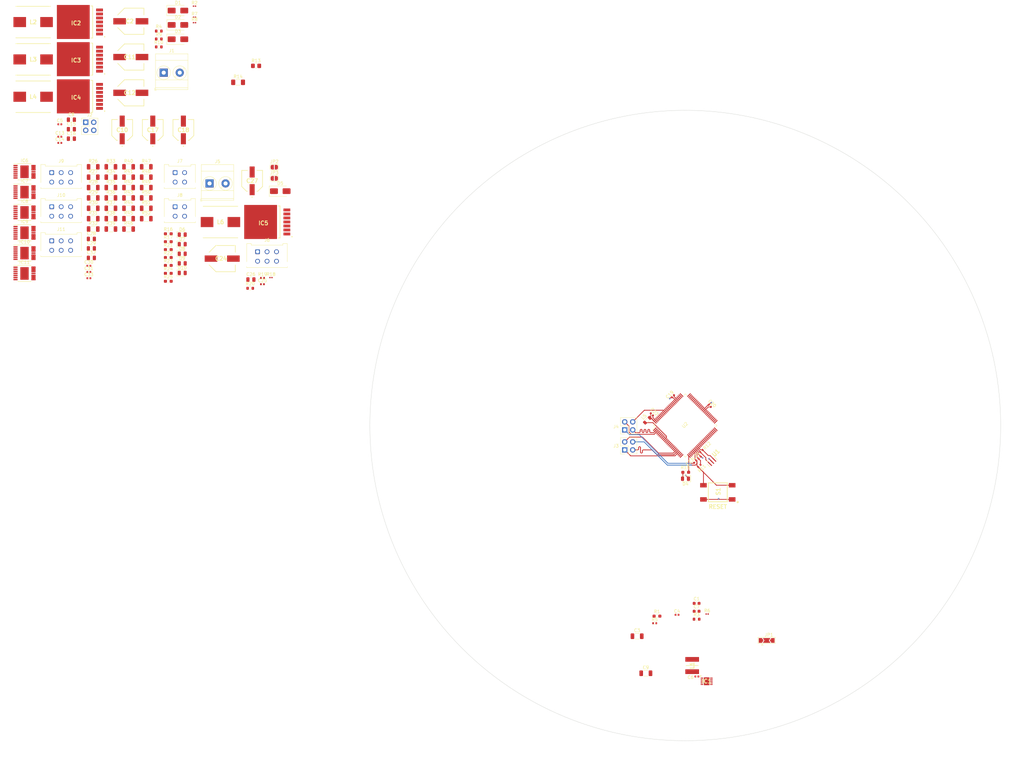
<source format=kicad_pcb>
(kicad_pcb (version 20221018) (generator pcbnew)
  (title_block (title "RBC by UGS") (date "2023-09-06") (rev "2.0"))
  (layers (0 "F.Cu" signal) (1 "In1.Cu" signal) (2 "In2.Cu" signal) (31 "B.Cu" signal) (34 "B.Paste" user) (35 "F.Paste" user) (36 "B.SilkS" user "B.Silkscreen") (37 "F.SilkS" user "F.Silkscreen") (38 "B.Mask" user) (39 "F.Mask" user) (44 "Edge.Cuts" user))
  (net 0 "")
  (net 1 "+BATT")
  (net 2 "GND")
  (net 3 "Net-(IC1-INTVCC)")
  (net 4 "Net-(IC1-TR{slash}SS)")
  (net 5 "+5V")
  (net 6 "Net-(IC1-BST)")
  (net 7 "Net-(IC1-SW)")
  (net 8 "1_IS")
  (net 9 "2_IS")
  (net 10 "+12V")
  (net 11 "Net-(IC1-FB)")
  (net 12 "3_IS")
  (net 13 "+12P")
  (net 14 "Net-(JP1-C)")
  (net 15 "Net-(D1-K)")
  (net 16 "Net-(IC2-CB)")
  (net 17 "+12C")
  (net 18 "Net-(D2-K)")
  (net 19 "Net-(IC3-CB)")
  (net 20 "Net-(D3-K)")
  (net 21 "1_LOUT")
  (net 22 "Net-(IC4-CB)")
  (net 23 "/MCU/DTR")
  (net 24 "/MCU/RESET")
  (net 25 "Net-(D5-K)")
  (net 26 "Net-(IC5-CB)")
  (net 27 "+12LF")
  (net 28 "Net-(D4-A)")
  (net 29 "Net-(D6-A)")
  (net 30 "2_LOUT")
  (net 31 "Net-(D7-A)")
  (net 32 "Net-(D8-A)")
  (net 33 "Net-(D9-A)")
  (net 34 "Net-(D10-A)")
  (net 35 "Net-(IC1-RT)")
  (net 36 "Net-(IC1-PG)")
  (net 38 "1_ROUT")
  (net 39 "Net-(IC2-FB)")
  (net 43 "Net-(IC3-FB)")
  (net 46 "2_ROUT")
  (net 48 "Net-(IC4-FB)")
  (net 52 "Net-(IC5-FB)")
  (net 53 "Net-(IC5-ON{slash}~{OFF})")
  (net 55 "Net-(IC7-IS)")
  (net 58 "Net-(IC6-EN)")
  (net 59 "Net-(IC6-DEN)")
  (net 60 "Net-(IC6-IS)")
  (net 62 "Net-(IC6-IN)")
  (net 64 "3_LOUT")
  (net 67 "Net-(IC7-EN)")
  (net 68 "Net-(IC7-DEN)")
  (net 70 "Net-(IC7-IN)")
  (net 72 "Net-(IC9-EN)")
  (net 75 "Net-(IC8-EN)")
  (net 76 "Net-(IC8-DEN)")
  (net 78 "Net-(IC8-IN)")
  (net 80 "3_ROUT")
  (net 82 "Net-(IC9-DEN)")
  (net 83 "PI_TX")
  (net 84 "PI_RX")
  (net 85 "2_HALL_A")
  (net 86 "2_HALL_B")
  (net 87 "1_HALL_A")
  (net 88 "1_HALL_B")
  (net 90 "Net-(IC9-IN)")
  (net 91 "3_HALL_A")
  (net 92 "3_HALL_B")
  (net 96 "1_LPWM")
  (net 97 "2_LPWM")
  (net 98 "1_RPWM")
  (net 99 "2_RPWM")
  (net 100 "Net-(IC10-EN)")
  (net 101 "Net-(R26-Pad1)")
  (net 102 "Net-(IC10-DEN)")
  (net 103 "3_LPWM")
  (net 104 "Net-(IC10-IS)")
  (net 105 "3_RPWM")
  (net 107 "Net-(IC10-IN)")
  (net 111 "Net-(IC11-EN)")
  (net 112 "Net-(IC11-DEN)")
  (net 114 "Net-(IC11-IN)")
  (net 117 "/MCU/MISO")
  (net 118 "/MCU/SCK")
  (net 119 "/MCU/MOSI")
  (net 120 "/MCU/PROG_RX")
  (net 121 "/MCU/PROG_TX")
  (net 122 "EXTRA_A")
  (net 123 "STOP")
  (net 124 "BATT_LVL")
  (net 125 "Net-(JP2-B)")
  (net 126 "Net-(U1-OUTPUT)")
  (net 127 "Net-(U1-INPUT)")
  (net 128 "Net-(U2-PJ1)")
  (net 129 "Net-(U2-PB7)")
  (net 130 "5_BATT_IND")
  (net 131 "4_BATT_IND")
  (net 132 "3_BATT_IND")
  (net 133 "2_BATT_IND")
  (net 134 "1_BATT_IND")
  (net 135 "Net-(R27-Pad1)")
  (net 136 "M_EN_DEN")
  (net 137 "Net-(R44-Pad1)")
  (net 193 "Net-(U2-AVCC)")
  (footprint "Capacitor_SMD:C_0402_1005Metric" (layer "F.Cu") (at 10.9094 103.258)
    (fp_text reference "C33")
    (fp_text value "100nF")
  )
  (footprint "Resistor_SMD:R_0603_1608Metric" (layer "F.Cu") (at 33.0794 29.878)
    (fp_text reference "R10")
    (fp_text value "8.87k")
  )
  (footprint "Connector_Molex:Molex_Micro-Fit_3.0_43045-0612_2x03_P3.00mm_Vertical" (layer "F.Cu") (at -0.8706 80.588)
    (fp_text reference "J10")
    (fp_text value "Conn_01x06_Pin")
  )
  (footprint "SamacSys_Parts:KTW0007B" (layer "F.Cu") (at 12.1144 40.493)
    (fp_text reference "IC4")
    (fp_text value "LM2678SX-ADJ/NOPB" hide)
  )
  (footprint "Capacitor_SMD:C_0402_1005Metric" (layer "F.Cu") (at 189.398589 146.472589 -45)
    (fp_text reference "C22")
    (fp_text value "100nF")
  )
  (footprint "Resistor_SMD:R_1206_3216Metric" (layer "F.Cu") (at 17.8894 84.368)
    (fp_text reference "R38")
    (fp_text value "4k7")
  )
  (footprint "Resistor_SMD:R_1206_3216Metric" (layer "F.Cu") (at 12.2794 67.918)
    (fp_text reference "R26")
    (fp_text value "4k7")
  )
  (footprint "Resistor_SMD:R_1206_3216Metric" (layer "F.Cu") (at 17.8894 71.208)
    (fp_text reference "R34")
    (fp_text value "4k7")
  )
  (footprint "Resistor_SMD:R_0603_1608Metric_Pad0.98x0.95mm_HandSolder" (layer "F.Cu") (at 191.026 210.478)
    (fp_text reference "R1")
    (fp_text value "18.2k")
  )
  (footprint "Resistor_SMD:R_0603_1608Metric_Pad0.98x0.95mm_HandSolder" (layer "F.Cu") (at 200.143 164.846 180)
    (fp_text reference "R15")
    (fp_text value "300")
  )
  (footprint "SamacSys_Parts:EEHZT1E331UP" (layer "F.Cu") (at 24.1994 44.448)
    (fp_text reference "C12")
    (fp_text value "150uF" hide)
  )
  (footprint "SamacSys_Parts:FSM4JSMATR" (layer "F.Cu") (at 210.312 171.196 -90)
    (fp_text reference "S1")
    (fp_text value "RESET")
  )
  (footprint "Diode_SMD:D_SMA" (layer "F.Cu") (at 71.5944 75.648)
    (fp_text reference "D5")
    (fp_text value "450mV 3A")
  )
  (footprint "Resistor_SMD:R_0402_1005Metric" (layer "F.Cu") (at 204.47 162.814 -135)
    (fp_text reference "R11")
    (fp_text value "10k")
  )
  (footprint "Resistor_SMD:R_1206_3216Metric" (layer "F.Cu") (at 23.4994 77.788)
    (fp_text reference "R43")
    (fp_text value "4k7")
  )
  (footprint "SamacSys_Parts:16SVF180M" (layer "F.Cu") (at 40.8744 56.223)
    (fp_text reference "C18")
    (fp_text value "100uF" hide)
  )
  (footprint "Jumper:SolderJumper-2_P1.3mm_Open_RoundedPad1.0x1.5mm" (layer "F.Cu") (at 69.6994 68.048)
    (fp_text reference "JP2")
    (fp_text value "SolderJumper_2_Open")
  )
  (footprint "Resistor_SMD:R_1206_3216Metric" (layer "F.Cu") (at 12.2794 77.788)
    (fp_text reference "R29")
    (fp_text value "4k7")
  )
  (footprint "SamacSys_Parts:KTW0007B" (layer "F.Cu") (at 12.1144 28.693)
    (fp_text reference "IC3")
    (fp_text value "LM2678SX-ADJ/NOPB" hide)
  )
  (footprint "Package_QFP:TQFP-100_14x14mm_P0.5mm" (layer "F.Cu") (at 200 150 45)
    (fp_text reference "U2")
    (fp_text value "ATmega2560-16A")
  )
  (footprint "Resistor_SMD:R_0603_1608Metric_Pad0.98x0.95mm_HandSolder" (layer "F.Cu") (at 36.0894 91.678)
    (fp_text reference "R17")
    (fp_text value "18k ±5%")
  )
  (footprint "Resistor_SMD:R_0805_2012Metric_Pad1.20x1.40mm_HandSolder" (layer "F.Cu") (at 63.9194 35.898)
    (fp_text reference "R13")
    (fp_text value "1k6")
  )
  (footprint "Resistor_SMD:R_1206_3216Metric" (layer "F.Cu") (at 17.8894 87.658)
    (fp_text reference "R39")
    (fp_text value "4k7")
  )
  (footprint "SamacSys_Parts:16SVF180M" (layer "F.Cu") (at 62.6744 72.373)
    (fp_text reference "C27")
    (fp_text value "100uF" hide)
  )
  (footprint "Resistor_SMD:R_0201_0603Metric" (layer "F.Cu") (at 44.3994 16.948)
    (fp_text reference "R2")
    (fp_text value "1k")
  )
  (footprint "Resistor_SMD:R_1206_3216Metric" (layer "F.Cu") (at 29.1094 84.368)
    (fp_text reference "R52")
    (fp_text value "4k7")
  )
  (footprint "Resistor_SMD:R_0603_1608Metric" (layer "F.Cu") (at 62.0594 106.458)
    (fp_text reference "R20")
    (fp_text value "8.87k")
  )
  (footprint "Resistor_SMD:R_0603_1608Metric" (layer "F.Cu") (at 203.594 211.444)
    (fp_text reference "R3")
    (fp_text value "187k")
  )
  (footprint "Connector_PinHeader_2.54mm:PinHeader_2x02_P2.54mm_Vertical" (layer "F.Cu") (at 180.7972 151.384 90)
    (fp_text reference "J4")
    (fp_text value "PROG")
  )
  (footprint "Resistor_SMD:R_0603_1608Metric_Pad0.98x0.95mm_HandSolder" (layer "F.Cu") (at 36.0894 94.188)
    (fp_text reference "R21")
    (fp_text value "300")
  )
  (footprint "Diode_SMD:D_SMA" (layer "F.Cu") (at 39.1544 27.448)
    (fp_text reference "D3")
    (fp_text value "450mV 3A")
  )
  (footprint "SamacSys_Parts:CSTCE16M0V53R0" (layer "F.Cu") (at 208.534 161.544 -135)
    (fp_text reference "U1")
    (fp_text value "CSTCE16M0V53-R0" hide)
  )
  (footprint "Resistor_SMD:R_1206_3216Metric" (layer "F.Cu") (at 23.4994 87.658)
    (fp_text reference "R46")
    (fp_text value "1k2")
  )
  (footprint "Connector_PinHeader_2.54mm:PinHeader_2x02_P2.54mm_Vertical" (layer "F.Cu") (at 180.7972 157.734 90)
    (fp_text reference "J3")
    (fp_text value "ICSP")
  )
  (footprint "Resistor_SMD:R_0603_1608Metric" (layer "F.Cu") (at 33.0794 24.858)
    (fp_text reference "R4")
    (fp_text value "8.87k")
  )
  (footprint "Capacitor_SMD:C_0402_1005Metric" (layer "F.Cu") (at 10.9094 101.288)
    (fp_text reference "C31")
    (fp_text value "100nF")
  )
  (footprint "Resistor_SMD:R_1206_3216Metric" (layer "F.Cu") (at 23.4994 67.918)
    (fp_text reference "R40")
    (fp_text value "4k7")
  )
  (footprint "rbc Custom Library:Infineon_PG-TSDSO-14-22_custom" (layer "F.Cu") (at -9.5006 69.498)
    (fp_text reference "IC6")
    (fp_text value "BTN70301EPAXUMA1")
  )
  (footprint "Resistor_SMD:R_1206_3216Metric" (layer "F.Cu") (at 29.1094 74.498)
    (fp_text reference "R49")
    (fp_text value "4k7")
  )
  (footprint "Diode_SMD:D_SMA" (layer "F.Cu") (at 39.1544 22.898)
    (fp_text reference "D2")
    (fp_text value "450mV 3A")
  )
  (footprint "Diode_SMD:D_0805_2012Metric" (layer "F.Cu") (at 40.5094 92.473)
    (fp_text reference "D7")
    (fp_text value "Green")
  )
  (footprint "Capacitor_SMD:C_1206_3216Metric" (layer "F.Cu") (at 184.726 216.848)
    (fp_text reference "C3")
    (fp_text value "4.7uF")
  )
  (footprint "Jumper:SolderJumper-3_P2.0mm_Open_TrianglePad1.0x1.5mm" (layer "F.Cu") (at 225.806 218.186)
    (fp_text reference "JP1")
    (fp_text value "EN")
  )
  (footprint "Resistor_SMD:R_0603_1608Metric" (layer "F.Cu") (at 33.0794 27.368)
    (fp_text reference "R9")
    (fp_text value "8.87k")
  )
  (footprint "Resistor_SMD:R_1206_3216Metric" (layer "F.Cu") (at 23.4994 84.368)
    (fp_text reference "R45")
    (fp_text value "4k7")
  )
  (footprint "Diode_SMD:D_0805_2012Metric" (layer "F.Cu") (at 200.064501 166.878 180)
    (fp_text reference "D4")
    (fp_text value "LED")
  )
  (footprint "Resistor_SMD:R_1206_3216Metric" (layer "F.Cu") (at 29.1094 67.918)
    (fp_text reference "R47")
    (fp_text value "4k7")
  )
  (footprint "Capacitor_SMD:C_0402_1005Metric" (layer "F.Cu") (at 196.088 140.716 -135)
    (fp_text reference "C19")
    (fp_text value "100nF")
  )
  (footprint "Diode_SMD:D_0805_2012Metric" (layer "F.Cu") (at 40.5094 101.593)
    (fp_text reference "D10")
    (fp_text value "Red")
  )
  (footprint "Diode_SMD:D_0805_2012Metric" (layer "F.Cu") (at 40.5094 95.513)
    (fp_text reference "D8")
    (fp_text value "Green")
  )
  (footprint "Resistor_SMD:R_1206_3216Metric" (layer "F.Cu") (at 12.2794 81.078)
    (fp_text reference "R30")
    (fp_text value "1k2")
  )
  (footprint "SamacSys_Parts:INDPM110100X400N" (layer "F.Cu") (at 52.6294 85.448)
    (fp_text reference "L6")
    (fp_text value "22uH" hide)
  )
  (footprint "Resistor_SMD:R_1206_3216Metric" (layer "F.Cu") (at 29.1094 81.078)
    (fp_text reference "R51")
    (fp_text value "4k7")
  )
  (footprint "Resistor_SMD:R_0201_0603Metric" (layer "F.Cu") (at 206.944 209.804)
    (fp_text reference "R6")
    (fp_text value "100k")
  )
  (footprint "Resistor_SMD:R_0201_0603Metric" (layer "F.Cu") (at 44.3994 22.198)
    (fp_text reference "R8")
    (fp_text value "1k")
  )
  (footprint "Resistor_SMD:R_0603_1608Metric_Pad0.98x0.95mm_HandSolder" (layer "F.Cu") (at 36.0894 96.698)
    (fp_text reference "R22")
    (fp_text value "300")
  )
  (footprint "Resistor_SMD:R_0603_1608Metric_Pad0.98x0.95mm_HandSolder" (layer "F.Cu") (at 36.0894 101.718)
    (fp_text reference "R24")
    (fp_text value "300")
  )
  (footprint "SamacSys_Parts:KTW0007B" (layer "F.Cu") (at 12.1144 16.893)
    (fp_text reference "IC2")
    (fp_text value "LM2678SX-ADJ/NOPB" hide)
  )
  (footprint "Capacitor_SMD:C_0805_2012Metric" (layer "F.Cu") (at 11.6994 96.828)
    (fp_text reference "C32")
    (fp_text value "220nF")
  )
  (footprint "Connector_Molex:Molex_Micro-Fit_3.0_43045-0612_2x03_P3.00mm_Vertical" (layer "F.Cu") (at -0.8706 69.768)
    (fp_text reference "J9")
    (fp_text value "Conn_01x06_Pin")
  )
  (footprint "Resistor_SMD:R_1206_3216Metric" (layer "F.Cu") (at 23.4994 71.208)
    (fp_text reference "R41")
    (fp_text value "4k7")
  )
  (footprint "Diode_SMD:D_SMA" (layer "F.Cu") (at 39.1544 18.348)
    (fp_text reference "D1")
    (fp_text value "450mV 3A")
  )
  (footprint "Connector_Molex:Molex_Micro-Fit_3.0_43045-0612_2x03_P3.00mm_Vertical" (layer "F.Cu") (at -0.8706 91.408)
    (fp_text reference "J11")
    (fp_text value "Conn_01x06_Pin")
  )
  (footprint "Connector_PinHeader_2.54mm:PinHeader_2x02_P2.54mm_Vertical" (layer "F.Cu") (at 9.9094 53.798)
    (fp_text reference "J2")
    (fp_text value "Extra")
  )
  (footprint "Capacitor_SMD:C_0402_1005Metric" (layer "F.Cu") (at 203.165389 161.477011 45)
    (fp_text reference "C23")
    (fp_text value "100nF")
  )
  (footprint "Resistor_SMD:R_1206_3216Metric" (layer "F.Cu") (at 17.8894 77.788)
    (fp_text reference "R36")
    (fp_text value "4k7")
  )
  (footprint "Capacitor_SMD:C_0805_2012Metric" (layer "F.Cu") (at 5.3594 58.998)
    (fp_text reference "C16")
    (fp_text value "10nF")
  )
  (footprint "SamacSys_Parts:16SVF180M" (layer "F.Cu") (at 21.4744 56.223)
    (fp_text reference "C10")
    (fp_text value "100uF" hide)
  )
  (footprint "Diode_SMD:D_0805_2012Metric" (layer "F.Cu") (at 40.5094 98.553)
    (fp_text reference "D9")
    (fp_text value "Green")
  )
  (footprint "Resistor_SMD:R_0402_1005Metric" (layer "F.Cu") (at 190.306 212.728)
    (fp_text reference "R5")
    (fp_text value "1M")
  )
  (footprint "Connector_Molex:Molex_Micro-Fit_3.0_43045-0412_2x02_P3.00mm_Vertical" (layer "F.Cu") (at 38.2594 80.588)
    (fp_text reference "J8")
    (fp_text value "Extra 12V")
  )
  (footprint "Resistor_SMD:R_1206_3216Metric" (layer "F.Cu") (at 12.2794 87.658)
    (fp_text reference "R32")
    (fp_text value "4k7")
  )
  (footprint "Resistor_SMD:R_0402_1005Metric" (layer "F.Cu") (at 65.9594 103.188)
    (fp_text reference "R19")
    (fp_text value "10k")
  )
  (footprint "Resistor_SMD:R_0603_1608Metric_Pad0.98x0.95mm_HandSolder" (layer "F.Cu") (at 36.0894 99.208)
    (fp_text reference "R23")
    (fp_text value "300")
  )
  (footprint "Capacitor_SMD:C_0402_1005Metric" (layer "F.Cu") (at 207.772 143.764 135)
    (fp_text reference "C20")
    (fp_text value "100nF")
  )
  (footprint "Resistor_SMD:R_1206_3216Metric" (layer "F.Cu") (at 12.2794 84.368)
    (fp_text reference "R31")
    (fp_text value "1k2")
  )
  (footprint "Connector_Molex:Molex_Micro-Fit_3.0_43045-0612_2x03_P3.00mm_Vertical" (layer "F.Cu") (at 64.3994 94.868)
    (fp_text reference "J6")
    (fp_text value "Raspberry Pi Power/UART")
  )
  (footprint "Resistor_SMD:R_1206_3216Metric" (layer "F.Cu") (at 12.2794 71.208)
    (fp_text reference "R27")
    (fp_text value "4k7")
  )
  (footprint "Resistor_SMD:R_1206_3216Metric" (layer "F.Cu") (at 17.8894 81.078)
    (fp_text reference "R37")
    (fp_text value "4k7")
  )
  (footprint "SamacSys_Parts:INDPM110100X400N" (layer "F.Cu") (at -6.7606 21.998)
    (fp_text reference "L2")
    (fp_text value "22uH" hide)
  )
  (footprint "Capacitor_SMD:C_0402_1005Metric" (layer "F.Cu") (at 197.386 210.058)
    (fp_text reference "C4")
    (fp_text value "10nF")
  )
  (footprint "rbc Custom Library:Infineon_PG-TSDSO-14-22_custom" (layer "F.Cu") (at -9.5006 82.398)
    (fp_text reference "IC8")
    (fp_text value "BTN70301EPAXUMA1")
  )
  (footprint "Capacitor_SMD:C_0402_1005Metric" (layer "F.Cu") (at 1.6994 58.368)
    (fp_text reference "C13")
    (fp_text value "100nF")
  )
  (footprint "Resistor_SMD:R_0402_1005Metric" (layer "F.Cu") (at 205.125376 158.094624 -135)
    (fp_text reference "R12")
    (fp_text value "1M")
  )
  (footprint "Resistor_SMD:R_1206_3216Metric" (layer "F.Cu") (at 12.2794 74.498)
    (fp_text reference "R28")
    (fp_text value "4k7")
  )
  (footprint "Capacitor_SMD:C_0805_2012Metric" (layer "F.Cu") (at 11.6994 93.818)
    (fp_text reference "C29")
    (fp_text value "220nF")
  )
  (footprint "Resistor_SMD:R_1206_3216Metric" (layer "F.Cu") (at 17.8894 74.498)
    (fp_text reference "R35")
    (fp_text value "4k7")
  )
  (footprint "SamacSys_Parts:EEHZT1E331UP" (layer "F.Cu") (at 24.1994 21.748)
    (fp_text reference "C2")
    (fp_text value "150uF" hide)
  )
  (footprint "Resistor_SMD:R_1206_3216Metric" (layer "F.Cu") (at 17.8894 67.918)
    (fp_text reference "R33")
    (fp_text value "4k7")
  )
  (footprint "Capacitor_SMD:C_0402_1005Metric" (layer "F.Cu") (at 1.6994 54.428)
    (fp_text reference "C5")
    (fp_text value "100nF")
  )
  (footprint "SamacSys_Parts:INDC4441X200N" (layer "F.Cu") (at 202.184 226.142 90)
    (fp_text reference "L1")
    (fp_text value "2.2uH" hide)
  )
  (footprint "rbc Custom Library:Infineon_PG-TSDSO-14-22_custom" (layer "F.Cu") (at -9.5006 101.748)
    (fp_text reference "IC11")
    (fp_text value "BTN70301EPAXUMA1")
  )
  (footprint "TerminalBlock_Phoenix:TerminalBlock_Phoenix_MKDS-3-2-5.08_1x02_P5.08mm_Horizontal" (layer "F.Cu") (at 49.1694 73.198)
    (fp_text reference "J5")
    (fp_text value "External Switch")
  )
  (footprint "Capacitor_SMD:C_0402_1005Metric" (layer "F.Cu") (at 10.9094 99.318)
    (fp_text reference "C30")
    (fp_text value "100nF")
  )
  (footprint "Capacitor_SMD:C_0402_1005Metric" (layer "F.Cu") (at 204.555411 160.188589 45)
    (fp_text reference "C21")
    (fp_text value "100nF")
  )
  (footprint "Capacitor_SMD:C_1206_3216Metric" (layer "F.Cu") (at 187.501 228.6)
    (fp_text reference "C9")
    (fp_text value "22uF")
  )
  (footprint "Capacitor_SMD:C_0402_1005Metric" (layer "F.Cu") (at 65.9394 105.168)
    (fp_text reference "C25")
    (fp_text value "100nF")
  )
  (footprint "Resistor_SMD:R_1206_3216Metric" (layer "F.Cu") (at 23.4994 74.498)
    (fp_text reference "R42")
    (fp_text value "4k7")
  )
  (footprint "SamacSys_Parts:EEHZT1E331UP" (layer "F.Cu") (at 53.1794 97.048)
    (fp_text reference "C24")
    (fp_text value "150uF" hide)
  )
  (footprint "Resistor_SMD:R_1206_3216Metric_Pad1.30x1.75mm_HandSolder" (layer "F.Cu") (at 58.2194 41.118)
    (fp_text reference "R14")
    (fp_text value "3k3")
  )
  (footprint "Capacitor_SMD:C_0805_2012Metric" (layer "F.Cu") (at 5.3594 55.988)
    (fp_text reference "C15")
    (fp_text value "10nF")
  )
  (footprint "Jumper:SolderJumper-2_P1.3mm_Open_RoundedPad1.0x1.5mm" (layer "F.Cu") (at 69.6994 71.598)
    (fp_text reference "JP3")
    (fp_text value "ON")
  )
  (footprint "Capacitor_SMD:C_0603_1608Metric" (layer "F.Cu") (at 203.594 208.934)
    (fp_text reference "C7")
    (fp_text value "10pF")
  )
  (footprint "SamacSys_Parts:SON50P300X300X80-11N-D" (layer "F.Cu") (at 206.78 231.14)
    (fp_text reference "IC1")
    (fp_text value "LT8609AEDDM#PBF" hide)
  )
  (footprint "Resistor_SMD:R_0603_1608Metric_Pad0.98x0.95mm_HandSolder" (layer "F.Cu") (at 36.0894 89.168)
    (fp_text reference "R16")
    (fp_text value "82k ±1%")
  )
  (footprint "Resistor_SMD:R_1206_3216Metric" (layer "F.Cu") (at 29.1094 77.788)
    (fp_text reference "R50")
    (fp_text value "4k7")
  )
  (footprint "Capacitor_SMD:C_0402_1005Metric" (layer "F.Cu") (at 203.68 229.616 180)
    (fp_text reference "C6")
    (fp_text value "100nF")
  )
  (footprint "Capacitor_SMD:C_0603_1608Metric" (layer "F.Cu") (at 203.594 206.424)
    (fp_text reference "C1")
    (fp_text value "1uF")
  )
  (footprint "Inductor_SMD:L_0805_2012Metric" (layer "F.Cu") (at 187.970699 148.325301 45)
    (fp_text reference "L5")
    (fp_text value "10uH")
  )
  (footprint "SamacSys_Parts:INDPM110100X400N" (layer "F.Cu") (at -6.7606 33.848)
    (fp_text reference "L3")
    (fp_text value "22uH" hide)
  )
  (footprint "Resistor_SMD:R_1206_3216Metric" (layer "F.Cu") (at 23.4994 81.078)
    (fp_text reference "R44")
    (fp_text value "4k7")
  )
  (footprint "Capacitor_SMD:C_0402_1005Metric" (layer "F.Cu") (at 1.6994 60.338)
    (fp_text reference "C14")
    (fp_text value "100nF")
  )
  (footprint "Resistor_SMD:R_1206_3216Metric" (layer "F.Cu") (at 29.1094 71.208)
    (fp_text reference "R48")
    (fp_text value "4k7")
  )
  (footprint "Resistor_SMD:R_0201_0603Metric" (layer "F.Cu") (at 44.3994 20.448)
    (fp_text reference "R7")
    (fp_text value "1k")
  )
  (footprint "rbc Custom Library:Infineon_PG-TSDSO-14-22_custom" (layer "F.Cu") (at -9.5006 88.848)
    (fp_text reference "IC9")
    (fp_text value "BTN70301EPAXUMA1")
  )
  (footprint "rbc Custom Library:Infineon_PG-TSDSO-14-22_custom" (layer "F.Cu") (at -9.5006 75.948)
    (fp_text reference "IC7")
    (fp_text value "BTN70301EPAXUMA1")
  )
  (footprint "Capacitor_SMD:C_0805_2012Metric" (layer "F.Cu") (at 11.6994 90.808)
    (fp_text reference "C28")
    (fp_text value "220nF")
  )
  (footprint "SamacSys_Parts:INDPM110100X400N" (layer "F.Cu") (at -6.7606 45.698)
    (fp_text reference "L4")
    (fp_text value "22uH" hide)
  )
  (footprint "Capacitor_SMD:C_0805_2012Metric" (layer "F.Cu") (at 5.3594 52.978)
    (fp_text reference "C8")
    (fp_text value "10nF")
  )
  (footprint "Connector_Molex:Molex_Micro-Fit_3.0_43045-0412_2x02_P3.00mm_Vertical" (layer "F.Cu") (at 38.2594 69.768)
    (fp_text reference "J7")
    (fp_text value "Extra 12V")
  )
  (footprint "rbc Custom Library:Infineon_PG-TSDSO-14-22_custom" (layer "F.Cu") (at -9.5006 95.298)
    (fp_text reference "IC10")
    (fp_text value "BTN70301EPAXUMA1")
  )
  (footprint "Capacitor_SMD:C_0805_2012Metric" (layer "F.Cu") (at 62.2794 103.698)
    (fp_text reference "C26")
    (fp_text value "10nF")
  )
  (footprint "Resistor_SMD:R_0603_1608Metric_Pad0.98x0.95mm_HandSolder" (layer "F.Cu") (at 36.0894 104.228)
    (fp_text reference "R25")
    (fp_text value "300")
  )
  (footprint "TerminalBlock_Phoenix:TerminalBlock_Phoenix_MKDS-3-2-5.08_1x02_P5.08mm_Horizontal" (layer "F.Cu") (at 34.6394 38.058)
    (fp_text reference "J1")
    (fp_text value "Conn_01x02_Pin")
  )
  (footprint "SamacSys_Parts:16SVF180M" (layer "F.Cu") (at 31.1744 56.223)
    (fp_text reference "C17")
    (fp_text value "100uF" hide)
  )
  (footprint "Resistor_SMD:R_0201_0603Metric" (layer "F.Cu") (at 68.6394 103.068)
    (fp_text reference "R18")
    (fp_text value "1k")
  )
  (footprint "SamacSys_Parts:KTW0007B" (layer "F.Cu") (at 71.5044 80.343)
    (fp_text reference "IC5")
    (fp_text value "LM2678SX-ADJ/NOPB" hide)
  )
  (footprint "SamacSys_Parts:EEHZT1E331UP" (layer "F.Cu") (at 24.1994 33.098)
    (fp_text reference "C11")
    (fp_text value "150uF" hide)
  )
  (footprint "Diode_SMD:D_0805_2012Metric" (layer "F.Cu") (at 40.5094 89.433)
    (fp_text reference "D6")
    (fp_text value "Green")
  )
  (gr_circle locked (center 200 150) (end 300 150) (stroke (width 0.1)) (fill none) (layer "Edge.Cuts"))
  (segment (start 210.348 173.446) (end 205.762 173.446) (width 0.25) (layer "F.Cu") (net 2))
  (segment (start 204.151478 159.105834) (end 204.151478 158.394119) (width 0.25) (layer "F.Cu") (net 2))
  (segment (start 201.002001 166.878) (end 201.002001 166.712001) (width 0.25) (layer "F.Cu") (net 2))
  (segment (start 195.072 141.478) (end 195.494589 141.055411) (width 0.25) (layer "F.Cu") (net 2))
  (segment (start 195.748589 141.055411) (end 196.005158 141.055411) (width 0.25) (layer "F.Cu") (net 2))
  (segment (start 208.28 142.748) (end 208.109178 142.748) (width 0.25) (layer "F.Cu") (net 2))
  (segment (start 210.784 173.446) (end 214.862 173.446) (width 0.25) (layer "F.Cu") (net 2))
  (segment (start 195.494589 141.055411) (end 195.748589 141.055411) (width 0.25) (layer "F.Cu") (net 2))
  (segment (start 210.566 173.228) (end 210.348 173.446) (width 0.25) (layer "F.Cu") (net 2))
  (segment (start 189.738 147.516175) (end 190.692707 148.470882) (width 0.25) (layer "F.Cu") (net 2))
  (segment (start 205.061178 159.849178) (end 204.894822 159.849178) (width 0.25) (layer "F.Cu") (net 2))
  (segment (start 196.005158 141.055411) (end 197.056668 142.106921) (width 0.25) (layer "F.Cu") (net 2))
  (segment (start 201.002001 166.712001) (end 200.152 165.862) (width 0.25) (layer "F.Cu") (net 2))
  (segment (start 207.282518 143.424589) (end 205.771759 144.935348) (width 0.25) (layer "F.Cu") (net 2))
  (segment (start 204.894822 159.849178) (end 204.151478 159.105834) (width 0.25) (layer "F.Cu") (net 2))
  (segment (start 189.738 146.812) (end 189.738 147.516175) (width 0.25) (layer "F.Cu") (net 2))
  (segment (start 208.534 161.544) (end 207.518 160.528) (width 0.25) (layer "F.Cu") (net 2))
  (segment (start 207.432589 143.424589) (end 207.282518 143.424589) (width 0.25) (layer "F.Cu") (net 2))
  (segment (start 208.109178 142.748) (end 207.432589 143.424589) (width 0.25) (layer "F.Cu") (net 2))
  (segment (start 210.566 173.228) (end 210.784 173.446) (width 0.25) (layer "F.Cu") (net 2))
  (segment (start 205.486 160.274) (end 205.061178 159.849178) (width 0.25) (layer "F.Cu") (net 2))
  (segment (start 204.151478 158.394119) (end 203.296885 157.539526) (width 0.25) (layer "F.Cu") (net 2))
  (via (at 208.28 142.748) (size 0.46) (drill 0.2) (layers "F.Cu" "B.Cu") (net 2))
  (via (at 210.566 173.228) (size 0.46) (drill 0.2) (layers "F.Cu" "B.Cu") (net 2))
  (via (at 195.072 141.478) (size 0.46) (drill 0.2) (layers "F.Cu" "B.Cu") (net 2))
  (via (at 205.486 160.274) (size 0.46) (drill 0.2) (layers "F.Cu" "B.Cu") (net 2))
  (via (at 200.152 165.862) (size 0.46) (drill 0.2) (layers "F.Cu" "B.Cu") (net 2))
  (via (at 207.518 160.528) (size 0.46) (drill 0.2) (layers "F.Cu" "B.Cu") (net 2))
  (segment (start 207.310802 144.103411) (end 206.125312 145.288901) (width 0.25) (layer "F.Cu") (net 5))
  (segment (start 208.111411 144.103411) (end 207.310802 144.103411) (width 0.25) (layer "F.Cu") (net 5))
  (segment (start 189.716602 149.076602) (end 194.016072 153.376072) (width 0.25) (layer "F.Cu") (net 5))
  (segment (start 204.830624 162.453376) (end 204.830624 161.142624) (width 0.25) (layer "F.Cu") (net 5))
  (segment (start 194.016072 153.862608) (end 193.521134 154.357546) (width 0.25) (layer "F.Cu") (net 5))
  (segment (start 194.016072 153.376072) (end 194.016072 153.862608) (width 0.25) (layer "F.Cu") (net 5))
  (segment (start 196.427411 140.770557) (end 197.410221 141.753367) (width 0.25) (layer "F.Cu") (net 5))
  (segment (start 204.216 160.528) (end 203.708 160.02) (width 0.25) (layer "F.Cu") (net 5))
  (segment (start 203.708 160.02) (end 203.708 158.657747) (width 0.25) (layer "F.Cu") (net 5))
  (segment (start 203.708 158.657747) (end 202.943332 157.893079) (width 0.25) (layer "F.Cu") (net 5))
  (segment (start 187.219398 149.076602) (end 189.716602 149.076602) (width 0.25) (layer "F.Cu") (net 5))
  (segment (start 196.427411 140.376589) (end 196.427411 140.770557) (width 0.25) (layer "F.Cu") (net 5))
  (segment (start 204.830624 161.142624) (end 204.216 160.528) (width 0.25) (layer "F.Cu") (net 5))
  (segment (start 202.6412 162.0012) (end 202.825978 161.816422) (width 0.25) (layer "F.Cu") (net 23))
  (segment (start 201.5744 162.0012) (end 202.6412 162.0012) (width 0.25) (layer "F.Cu") (net 23))
  (via (at 201.5744 162.0012) (size 0.46) (drill 0.2) (layers "F.Cu" "B.Cu") (net 23))
  (segment (start 194.5132 162.0012) (end 185.42 152.908) (width 0.25) (layer "B.Cu") (net 23))
  (segment (start 182.3212 152.908) (end 180.7972 151.384) (width 0.25) (layer "B.Cu") (net 23))
  (segment (start 201.5744 162.0012) (end 194.5132 162.0012) (width 0.25) (layer "B.Cu") (net 23))
  (segment (start 185.42 152.908) (end 182.3212 152.908) (width 0.25) (layer "B.Cu") (net 23))
  (segment (start 203.708 162.052) (end 203.708 161.798) (width 0.25) (layer "F.Cu") (net 24))
  (segment (start 209.880752 168.946) (end 205.506376 164.571624) (width 0.25) (layer "F.Cu") (net 24))
  (segment (start 203.084716 158.74157) (end 202.589779 158.246633) (width 0.25) (layer "F.Cu") (net 24))
  (segment (start 205.506376 164.571624) (end 204.109376 163.174624) (width 0.25) (layer "F.Cu") (net 24))
  (segment (start 205.762 164.827248) (end 205.506376 164.571624) (width 0.25) (layer "F.Cu") (net 24))
  (segment (start 214.862 168.946) (end 209.880752 168.946) (width 0.25) (layer "F.Cu") (net 24))
  (segment (start 203.2 162.56) (end 203.708 162.052) (width 0.25) (layer "F.Cu") (net 24))
  (segment (start 205.762 168.946) (end 205.762 164.827248) (width 0.25) (layer "F.Cu") (net 24))
  (segment (start 204.109376 163.174624) (end 203.708 162.773248) (width 0.25) (layer "F.Cu") (net 24))
  (segment (start 203.708 161.798) (end 203.708 161.3408) (width 0.25) (layer "F.Cu") (net 24))
  (segment (start 203.5048 161.1376) (end 203.084716 160.717516) (width 0.25) (layer "F.Cu") (net 24))
  (segment (start 203.708 162.773248) (end 203.708 161.798) (width 0.25) (layer "F.Cu") (net 24))
  (segment (start 201.93 162.56) (end 203.2 162.56) (width 0.25) (layer "F.Cu") (net 24))
  (segment (start 203.084716 160.717516) (end 203.084716 158.74157) (width 0.25) (layer "F.Cu") (net 24))
  (segment (start 203.708 161.3408) (end 203.5048 161.1376) (width 0.25) (layer "F.Cu") (net 24))
  (via (at 201.93 162.56) (size 0.46) (drill 0.2) (layers "F.Cu" "B.Cu") (net 24))
  (segment (start 183.3372 155.194) (end 186.944 155.194) (width 0.25) (layer "B.Cu") (net 24))
  (segment (start 194.31 162.56) (end 201.93 162.56) (width 0.25) (layer "B.Cu") (net 24))
  (segment (start 186.944 155.194) (end 194.31 162.56) (width 0.25) (layer "B.Cu") (net 24))
  (segment (start 199.2305 164.846) (end 199.2305 166.774501) (width 0.25) (layer "F.Cu") (net 28))
  (segment (start 199.2305 166.774501) (end 199.127001 166.878) (width 0.25) (layer "F.Cu") (net 28))
  (segment (start 196.728961 159.635) (end 197.763775 158.600186) (width 0.25) (layer "F.Cu") (net 117))
  (segment (start 182.6982 159.635) (end 196.728961 159.635) (width 0.25) (layer "F.Cu") (net 117))
  (segment (start 180.7972 157.734) (end 182.6982 159.635) (width 0.25) (layer "F.Cu") (net 117))
  (segment (start 180.7972 155.194) (end 182.3212 153.67) (width 0.25) (layer "F.Cu") (net 118))
  (segment (start 191.516 158.75) (end 196.199747 158.75) (width 0.25) (layer "F.Cu") (net 118))
  (segment (start 196.199747 158.75) (end 197.056668 157.893079) (width 0.25) (layer "F.Cu") (net 118))
  (segment (start 182.3212 153.67) (end 186.436 153.67) (width 0.25) (layer "F.Cu") (net 118))
  (segment (start 186.436 153.67) (end 191.516 158.75) (width 0.25) (layer "F.Cu") (net 118))
  (segment (start 185.812 157.434) (end 185.812 158.434) (width 0.25) (layer "F.Cu") (net 119))
  (segment (start 186.412 158.434) (end 186.412 158.034) (width 0.25) (layer "F.Cu") (net 119))
  (segment (start 185.812 157.034) (end 185.812 157.434) (width 0.25) (layer "F.Cu") (net 119))
  (segment (start 187.221228 157.734) (end 189.484 157.734) (width 0.25) (layer "F.Cu") (net 119))
  (segment (start 185.212 157.434) (end 185.212 157.034) (width 0.25) (layer "F.Cu") (net 119))
  (segment (start 189.484 157.734) (end 191.008 159.258) (width 0.25) (layer "F.Cu") (net 119))
  (segment (start 183.3372 157.734) (end 184.912 157.734) (width 0.25) (layer "F.Cu") (net 119))
  (segment (start 186.712 157.734) (end 187.221228 157.734) (width 0.25) (layer "F.Cu") (net 119))
  (segment (start 191.008 159.258) (end 196.398854 159.258) (width 0.25) (layer "F.Cu") (net 119))
  (segment (start 196.398854 159.258) (end 197.410221 158.246633) (width 0.25) (layer "F.Cu") (net 119))
  (arc (start 185.512 156.734) (mid 185.724132 156.821868) (end 185.812 157.034) (width 0.25) (layer "F.Cu") (net 119))
  (arc (start 186.412 158.034) (mid 186.499868 157.821868) (end 186.712 157.734) (width 0.25) (layer "F.Cu") (net 119))
  (arc (start 185.212 157.034) (mid 185.299868 156.821868) (end 185.512 156.734) (width 0.25) (layer "F.Cu") (net 119))
  (arc (start 184.912 157.734) (mid 185.124132 157.646132) (end 185.212 157.434) (width 0.25) (layer "F.Cu") (net 119))
  (arc (start 186.112 158.734) (mid 186.324132 158.646132) (end 186.412 158.434) (width 0.25) (layer "F.Cu") (net 119))
  (arc (start 185.812 158.434) (mid 185.899868 158.646132) (end 186.112 158.734) (width 0.25) (layer "F.Cu") (net 119))
  (segment (start 180.7972 148.844) (end 182.118 150.1648) (width 0.25) (layer "F.Cu") (net 120))
  (segment (start 182.860698 152.787098) (end 190.141834 152.787098) (width 0.25) (layer "F.Cu") (net 120))
  (segment (start 190.141834 152.787098) (end 191.04626 151.882672) (width 0.25) (layer "F.Cu") (net 120))
  (segment (start 182.118 150.1648) (end 182.118 152.0444) (width 0.25) (layer "F.Cu") (net 120))
  (segment (start 182.118 152.0444) (end 182.860698 152.787098) (width 0.25) (layer "F.Cu") (net 120))
  (segment (start 183.3372 151.384) (end 184.1872 152.234) (width 0.25) (layer "F.Cu") (net 121))
  (segment (start 189.02 152.234) (end 189.17767 152.234) (width 0.25) (layer "F.Cu") (net 121))
  (segment (start 189.987825 152.234) (end 190.692707 151.529118) (width 0.25) (layer "F.Cu") (net 121))
  (segment (start 185.72 151.934) (end 185.72 151.534) (width 0.25) (layer "F.Cu") (net 121))
  (segment (start 186.32 151.534) (end 186.32 151.934) (width 0.25) (layer "F.Cu") (net 121))
  (segment (start 184.1872 152.234) (end 185.42 152.234) (width 0.25) (layer "F.Cu") (net 121))
  (segment (start 188.12 151.934) (end 188.12 151.534) (width 0.25) (layer "F.Cu") (net 121))
  (segment (start 186.92 151.934) (end 186.92 151.534) (width 0.25) (layer "F.Cu") (net 121))
  (segment (start 189.17767 152.234) (end 189.987825 152.234) (width 0.25) (layer "F.Cu") (net 121))
  (segment (start 187.52 151.534) (end 187.52 151.934) (width 0.25) (layer "F.Cu") (net 121))
  (segment (start 188.72 151.534) (end 188.72 151.934) (width 0.25) (layer "F.Cu") (net 121))
  (arc (start 187.22 151.234) (mid 187.432132 151.321868) (end 187.52 151.534) (width 0.25) (layer "F.Cu") (net 121))
  (arc (start 188.42 151.234) (mid 188.632132 151.321868) (end 188.72 151.534) (width 0.25) (layer "F.Cu") (net 121))
  (arc (start 185.72 151.534) (mid 185.807868 151.321868) (end 186.02 151.234) (width 0.25) (layer "F.Cu") (net 121))
  (arc (start 186.02 151.234) (mid 186.232132 151.321868) (end 186.32 151.534) (width 0.25) (layer "F.Cu") (net 121))
  (arc (start 187.82 152.234) (mid 188.032132 152.146132) (end 188.12 151.934) (width 0.25) (layer "F.Cu") (net 121))
  (arc (start 187.52 151.934) (mid 187.607868 152.146132) (end 187.82 152.234) (width 0.25) (layer "F.Cu") (net 121))
  (arc (start 185.42 152.234) (mid 185.632132 152.146132) (end 185.72 151.934) (width 0.25) (layer "F.Cu") (net 121))
  (arc (start 186.92 151.534) (mid 187.007868 151.321868) (end 187.22 151.234) (width 0.25) (layer "F.Cu") (net 121))
  (arc (start 188.12 151.534) (mid 188.207868 151.321868) (end 188.42 151.234) (width 0.25) (layer "F.Cu") (net 121))
  (arc (start 188.72 151.934) (mid 188.807868 152.146132) (end 189.02 152.234) (width 0.25) (layer "F.Cu") (net 121))
  (arc (start 186.32 151.934) (mid 186.407868 152.146132) (end 186.62 152.234) (width 0.25) (layer "F.Cu") (net 121))
  (arc (start 186.62 152.234) (mid 186.832132 152.146132) (end 186.92 151.934) (width 0.25) (layer "F.Cu") (net 121))
  (segment (start 183.3372 148.844) (end 187.033683 145.147517) (width 0.25) (layer "F.Cu") (net 122))
  (segment (start 193.026197 145.147517) (end 193.521134 145.642454) (width 0.25) (layer "F.Cu") (net 122))
  (segment (start 187.033683 145.147517) (end 193.026197 145.147517) (width 0.25) (layer "F.Cu") (net 122))
  (segment (start 204.003992 156.832419) (end 204.905573 157.734) (width 0.25) (layer "F.Cu") (net 126))
  (segment (start 204.905573 157.734) (end 205.486 157.734) (width 0.25) (layer "F.Cu") (net 126))
  (segment (start 207.845502 159.512) (end 209.205751 160.872249) (width 0.25) (layer "F.Cu") (net 126))
  (segment (start 205.486 157.734) (end 207.264 159.512) (width 0.25) (layer "F.Cu") (net 126))
  (segment (start 207.264 159.512) (end 207.845502 159.512) (width 0.25) (layer "F.Cu") (net 126))
  (segment (start 204.764752 158.455248) (end 204.764752 158.300286) (width 0.25) (layer "F.Cu") (net 127))
  (segment (start 206.502 160.192496) (end 204.764752 158.455248) (width 0.25) (layer "F.Cu") (net 127))
  (segment (start 206.502 160.855502) (end 206.502 160.192496) (width 0.25) (layer "F.Cu") (net 127))
  (segment (start 207.862249 162.215751) (end 206.502 160.855502) (width 0.25) (layer "F.Cu") (net 127))
  (segment (start 204.764752 158.300286) (end 203.650439 157.185973) (width 0.25) (layer "F.Cu") (net 127))
  (segment (start 201.175565 159.660846) (end 201.0924 159.744011) (width 0.25) (layer "F.Cu") (net 129))
  (segment (start 201.0924 159.744011) (end 201.0924 164.8091) (width 0.25) (layer "F.Cu") (net 129))
  (segment (start 201.0924 164.8091) (end 201.0555 164.846) (width 0.25) (layer "F.Cu") (net 129))
  (segment (start 188.90536 147.390641) (end 190.339154 148.824435) (width 0.25) (layer "F.Cu") (net 193))
  (segment (start 189.059178 147.236822) (end 188.722 147.574) (width 0.25) (layer "F.Cu") (net 193))
  (segment (start 189.088719 147.574) (end 190.339154 148.824435) (width 0.25) (layer "F.Cu") (net 193))
  (segment (start 188.722 147.574) (end 189.088719 147.574) (width 0.25) (layer "F.Cu") (net 193))
  (segment (start 189.059178 146.133178) (end 189.059178 147.236822) (width 0.25) (layer "F.Cu") (net 193))
)
</source>
